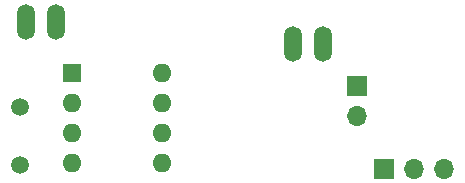
<source format=gbs>
G04 #@! TF.FileFunction,Soldermask,Bot*
%FSLAX46Y46*%
G04 Gerber Fmt 4.6, Leading zero omitted, Abs format (unit mm)*
G04 Created by KiCad (PCBNEW 4.0.7) date Thu May 24 16:02:08 2018*
%MOMM*%
%LPD*%
G01*
G04 APERTURE LIST*
%ADD10C,0.150000*%
%ADD11R,1.600000X1.600000*%
%ADD12O,1.600000X1.600000*%
%ADD13O,1.510000X3.010000*%
%ADD14C,1.500000*%
%ADD15R,1.700000X1.700000*%
%ADD16O,1.700000X1.700000*%
G04 APERTURE END LIST*
D10*
D11*
X103886000Y-108966000D03*
D12*
X111506000Y-116586000D03*
X103886000Y-111506000D03*
X111506000Y-114046000D03*
X103886000Y-114046000D03*
X111506000Y-111506000D03*
X103886000Y-116586000D03*
X111506000Y-108966000D03*
D13*
X102489000Y-104648000D03*
X99949000Y-104648000D03*
X125095000Y-106553000D03*
X122555000Y-106553000D03*
D14*
X99441000Y-111887000D03*
X99441000Y-116767000D03*
D15*
X128016000Y-110109000D03*
D16*
X128016000Y-112649000D03*
D15*
X130302000Y-117094000D03*
D16*
X132842000Y-117094000D03*
X135382000Y-117094000D03*
M02*

</source>
